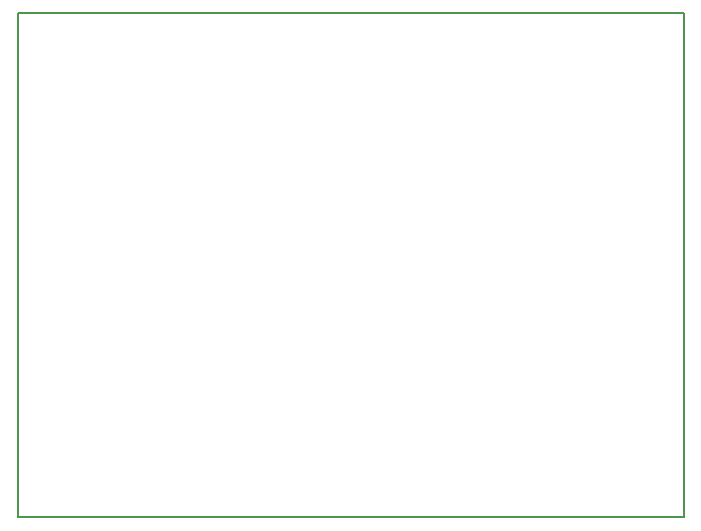
<source format=gm1>
G04 #@! TF.FileFunction,Profile,NP*
%FSLAX46Y46*%
G04 Gerber Fmt 4.6, Leading zero omitted, Abs format (unit mm)*
G04 Created by KiCad (PCBNEW 4.0.1-stable) date 27/12/2015 00:21:35*
%MOMM*%
G01*
G04 APERTURE LIST*
%ADD10C,0.100000*%
%ADD11C,0.150000*%
G04 APERTURE END LIST*
D10*
D11*
X69596000Y-119380000D02*
X69596000Y-76708000D01*
X125984000Y-119380000D02*
X69596000Y-119380000D01*
X125984000Y-76708000D02*
X125984000Y-119380000D01*
X69596000Y-76708000D02*
X125984000Y-76708000D01*
M02*

</source>
